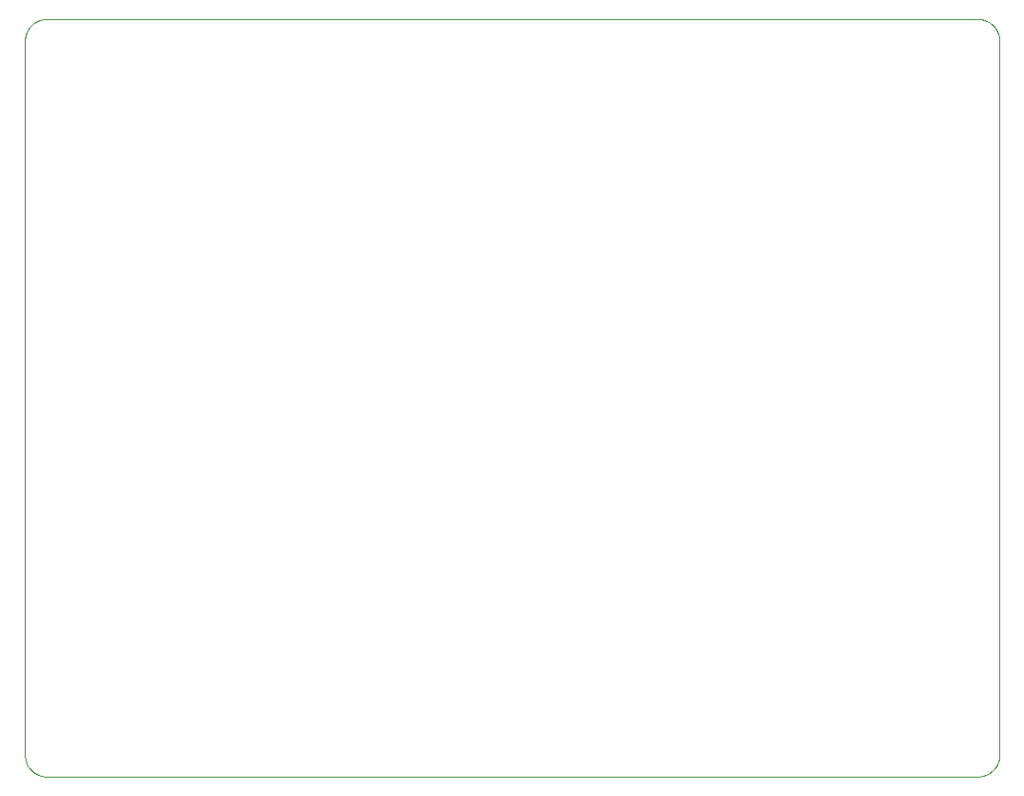
<source format=gbp>
G75*
%MOIN*%
%OFA0B0*%
%FSLAX25Y25*%
%IPPOS*%
%LPD*%
%AMOC8*
5,1,8,0,0,1.08239X$1,22.5*
%
%ADD10C,0.00400*%
D10*
X0009268Y0087909D02*
X0347850Y0087909D01*
X0348040Y0087911D01*
X0348230Y0087918D01*
X0348420Y0087930D01*
X0348610Y0087946D01*
X0348799Y0087966D01*
X0348988Y0087992D01*
X0349176Y0088021D01*
X0349363Y0088056D01*
X0349549Y0088095D01*
X0349734Y0088138D01*
X0349919Y0088186D01*
X0350102Y0088238D01*
X0350283Y0088294D01*
X0350463Y0088355D01*
X0350642Y0088421D01*
X0350819Y0088490D01*
X0350995Y0088564D01*
X0351168Y0088642D01*
X0351340Y0088725D01*
X0351509Y0088811D01*
X0351677Y0088901D01*
X0351842Y0088996D01*
X0352005Y0089094D01*
X0352165Y0089197D01*
X0352323Y0089303D01*
X0352478Y0089413D01*
X0352631Y0089526D01*
X0352781Y0089644D01*
X0352927Y0089765D01*
X0353071Y0089889D01*
X0353212Y0090017D01*
X0353350Y0090148D01*
X0353485Y0090283D01*
X0353616Y0090421D01*
X0353744Y0090562D01*
X0353868Y0090706D01*
X0353989Y0090852D01*
X0354107Y0091002D01*
X0354220Y0091155D01*
X0354330Y0091310D01*
X0354436Y0091468D01*
X0354539Y0091628D01*
X0354637Y0091791D01*
X0354732Y0091956D01*
X0354822Y0092124D01*
X0354908Y0092293D01*
X0354991Y0092465D01*
X0355069Y0092638D01*
X0355143Y0092814D01*
X0355212Y0092991D01*
X0355278Y0093170D01*
X0355339Y0093350D01*
X0355395Y0093531D01*
X0355447Y0093714D01*
X0355495Y0093899D01*
X0355538Y0094084D01*
X0355577Y0094270D01*
X0355612Y0094457D01*
X0355641Y0094645D01*
X0355667Y0094834D01*
X0355687Y0095023D01*
X0355703Y0095213D01*
X0355715Y0095403D01*
X0355722Y0095593D01*
X0355724Y0095783D01*
X0355724Y0355626D01*
X0355722Y0355816D01*
X0355715Y0356006D01*
X0355703Y0356196D01*
X0355687Y0356386D01*
X0355667Y0356575D01*
X0355641Y0356764D01*
X0355612Y0356952D01*
X0355577Y0357139D01*
X0355538Y0357325D01*
X0355495Y0357510D01*
X0355447Y0357695D01*
X0355395Y0357878D01*
X0355339Y0358059D01*
X0355278Y0358239D01*
X0355212Y0358418D01*
X0355143Y0358595D01*
X0355069Y0358771D01*
X0354991Y0358944D01*
X0354908Y0359116D01*
X0354822Y0359285D01*
X0354732Y0359453D01*
X0354637Y0359618D01*
X0354539Y0359781D01*
X0354436Y0359941D01*
X0354330Y0360099D01*
X0354220Y0360254D01*
X0354107Y0360407D01*
X0353989Y0360557D01*
X0353868Y0360703D01*
X0353744Y0360847D01*
X0353616Y0360988D01*
X0353485Y0361126D01*
X0353350Y0361261D01*
X0353212Y0361392D01*
X0353071Y0361520D01*
X0352927Y0361644D01*
X0352781Y0361765D01*
X0352631Y0361883D01*
X0352478Y0361996D01*
X0352323Y0362106D01*
X0352165Y0362212D01*
X0352005Y0362315D01*
X0351842Y0362413D01*
X0351677Y0362508D01*
X0351509Y0362598D01*
X0351340Y0362684D01*
X0351168Y0362767D01*
X0350995Y0362845D01*
X0350819Y0362919D01*
X0350642Y0362988D01*
X0350463Y0363054D01*
X0350283Y0363115D01*
X0350102Y0363171D01*
X0349919Y0363223D01*
X0349734Y0363271D01*
X0349549Y0363314D01*
X0349363Y0363353D01*
X0349176Y0363388D01*
X0348988Y0363417D01*
X0348799Y0363443D01*
X0348610Y0363463D01*
X0348420Y0363479D01*
X0348230Y0363491D01*
X0348040Y0363498D01*
X0347850Y0363500D01*
X0009268Y0363500D01*
X0009078Y0363498D01*
X0008888Y0363491D01*
X0008698Y0363479D01*
X0008508Y0363463D01*
X0008319Y0363443D01*
X0008130Y0363417D01*
X0007942Y0363388D01*
X0007755Y0363353D01*
X0007569Y0363314D01*
X0007384Y0363271D01*
X0007199Y0363223D01*
X0007016Y0363171D01*
X0006835Y0363115D01*
X0006655Y0363054D01*
X0006476Y0362988D01*
X0006299Y0362919D01*
X0006123Y0362845D01*
X0005950Y0362767D01*
X0005778Y0362684D01*
X0005609Y0362598D01*
X0005441Y0362508D01*
X0005276Y0362413D01*
X0005113Y0362315D01*
X0004953Y0362212D01*
X0004795Y0362106D01*
X0004640Y0361996D01*
X0004487Y0361883D01*
X0004337Y0361765D01*
X0004191Y0361644D01*
X0004047Y0361520D01*
X0003906Y0361392D01*
X0003768Y0361261D01*
X0003633Y0361126D01*
X0003502Y0360988D01*
X0003374Y0360847D01*
X0003250Y0360703D01*
X0003129Y0360557D01*
X0003011Y0360407D01*
X0002898Y0360254D01*
X0002788Y0360099D01*
X0002682Y0359941D01*
X0002579Y0359781D01*
X0002481Y0359618D01*
X0002386Y0359453D01*
X0002296Y0359285D01*
X0002210Y0359116D01*
X0002127Y0358944D01*
X0002049Y0358771D01*
X0001975Y0358595D01*
X0001906Y0358418D01*
X0001840Y0358239D01*
X0001779Y0358059D01*
X0001723Y0357878D01*
X0001671Y0357695D01*
X0001623Y0357510D01*
X0001580Y0357325D01*
X0001541Y0357139D01*
X0001506Y0356952D01*
X0001477Y0356764D01*
X0001451Y0356575D01*
X0001431Y0356386D01*
X0001415Y0356196D01*
X0001403Y0356006D01*
X0001396Y0355816D01*
X0001394Y0355626D01*
X0001394Y0095783D01*
X0001396Y0095593D01*
X0001403Y0095403D01*
X0001415Y0095213D01*
X0001431Y0095023D01*
X0001451Y0094834D01*
X0001477Y0094645D01*
X0001506Y0094457D01*
X0001541Y0094270D01*
X0001580Y0094084D01*
X0001623Y0093899D01*
X0001671Y0093714D01*
X0001723Y0093531D01*
X0001779Y0093350D01*
X0001840Y0093170D01*
X0001906Y0092991D01*
X0001975Y0092814D01*
X0002049Y0092638D01*
X0002127Y0092465D01*
X0002210Y0092293D01*
X0002296Y0092124D01*
X0002386Y0091956D01*
X0002481Y0091791D01*
X0002579Y0091628D01*
X0002682Y0091468D01*
X0002788Y0091310D01*
X0002898Y0091155D01*
X0003011Y0091002D01*
X0003129Y0090852D01*
X0003250Y0090706D01*
X0003374Y0090562D01*
X0003502Y0090421D01*
X0003633Y0090283D01*
X0003768Y0090148D01*
X0003906Y0090017D01*
X0004047Y0089889D01*
X0004191Y0089765D01*
X0004337Y0089644D01*
X0004487Y0089526D01*
X0004640Y0089413D01*
X0004795Y0089303D01*
X0004953Y0089197D01*
X0005113Y0089094D01*
X0005276Y0088996D01*
X0005441Y0088901D01*
X0005609Y0088811D01*
X0005778Y0088725D01*
X0005950Y0088642D01*
X0006123Y0088564D01*
X0006299Y0088490D01*
X0006476Y0088421D01*
X0006655Y0088355D01*
X0006835Y0088294D01*
X0007016Y0088238D01*
X0007199Y0088186D01*
X0007384Y0088138D01*
X0007569Y0088095D01*
X0007755Y0088056D01*
X0007942Y0088021D01*
X0008130Y0087992D01*
X0008319Y0087966D01*
X0008508Y0087946D01*
X0008698Y0087930D01*
X0008888Y0087918D01*
X0009078Y0087911D01*
X0009268Y0087909D01*
M02*

</source>
